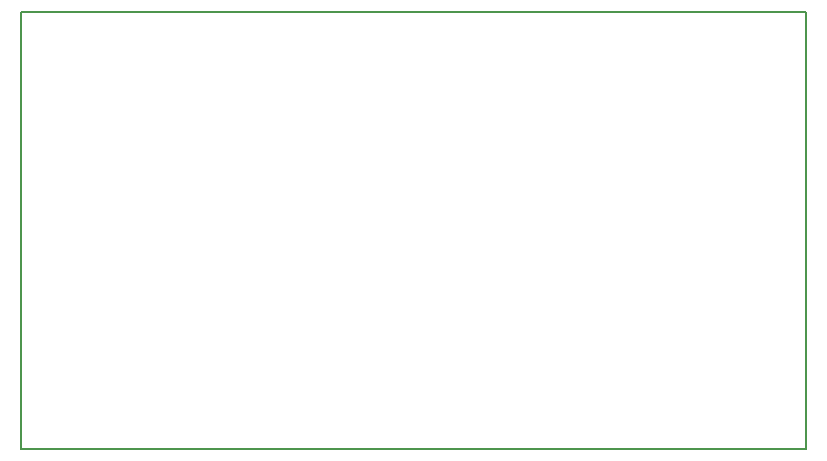
<source format=gbr>
G04 #@! TF.GenerationSoftware,KiCad,Pcbnew,5.0.0-fee4fd1~65~ubuntu18.04.1*
G04 #@! TF.CreationDate,2018-08-28T14:23:08-07:00*
G04 #@! TF.ProjectId,sumo_tank_control,73756D6F5F74616E6B5F636F6E74726F,rev?*
G04 #@! TF.SameCoordinates,Original*
G04 #@! TF.FileFunction,Profile,NP*
%FSLAX46Y46*%
G04 Gerber Fmt 4.6, Leading zero omitted, Abs format (unit mm)*
G04 Created by KiCad (PCBNEW 5.0.0-fee4fd1~65~ubuntu18.04.1) date Tue Aug 28 14:23:08 2018*
%MOMM*%
%LPD*%
G01*
G04 APERTURE LIST*
%ADD10C,0.150000*%
%ADD11C,0.200000*%
G04 APERTURE END LIST*
D10*
X167500000Y-74000000D02*
X167500000Y-37000000D01*
X101000000Y-74000000D02*
X167500000Y-74000000D01*
X101000000Y-37000000D02*
X101000000Y-74000000D01*
D11*
X167500000Y-37000000D02*
X101000000Y-37000000D01*
M02*

</source>
